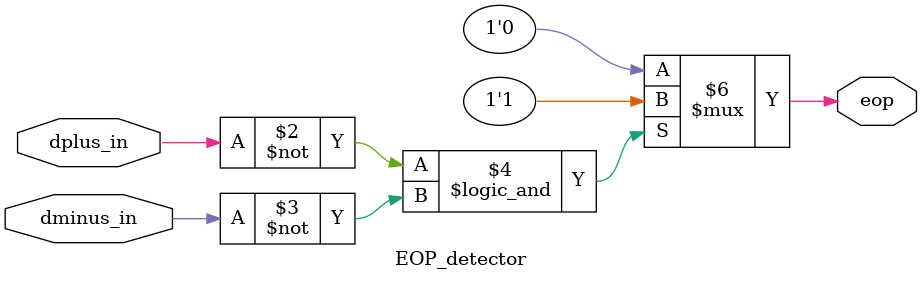
<source format=sv>
module EOP_detector (
  input logic dplus_in,
  input logic dminus_in,
  output logic eop
);

always_comb 
begin
  if(dplus_in == 0 && dminus_in == 0)
    begin
      eop = 1;
    end
  else
    begin
      eop = 0;
    end
end
endmodule
</source>
